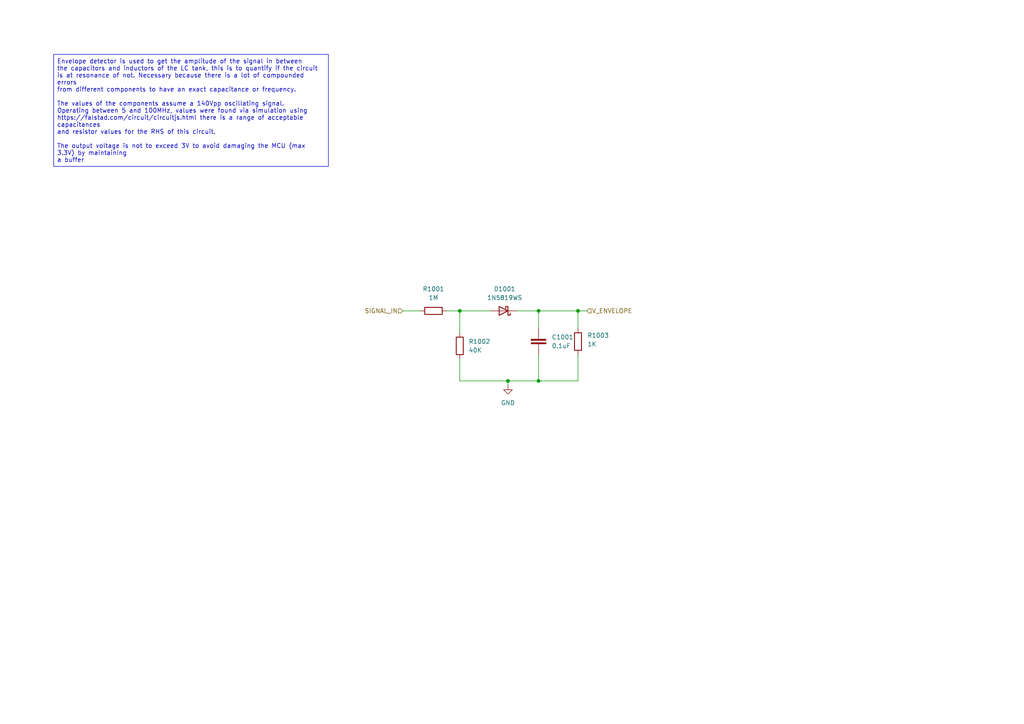
<source format=kicad_sch>
(kicad_sch (version 20250114) (generator "eeschema") (generator_version "9.0")
  (paper "A4")
  (title_block (rev "0") (company "Integrated BioElectronics Laboratory @ NYU Abu Dhabi") (comment 1 "Schematic developed by Hamza Anver"))
  (lib_symbols
    (symbol "Device:R" (pin_numbers (hide yes)) (pin_names (offset 0))
      (property "Reference" "R" (at 2.032 0 90))
      (property "Value" "R" (at 0 0 90))
      (symbol "R_0_1"
        (rectangle (start -1.016 -2.54) (end 1.016 2.54) (stroke (width 0.254)))
      )
      (symbol "R_1_1"
        (pin passive line (at 0 3.81 270) (length 1.27) (name "~") (number "1"))
        (pin passive line (at 0 -3.81 90) (length 1.27) (name "~") (number "2"))
      )
    )
    (symbol "Diode:1N5819WS" (pin_numbers (hide yes)) (pin_names (offset 1.016) (hide yes))
      (property "Reference" "D" (at 0 2.54 0))
      (property "Value" "1N5819WS" (at 0 -2.54 0))
      (symbol "1N5819WS_0_1"
        (polyline (pts (xy -1.905 0.635) (xy -1.905 1.27) (xy -1.27 1.27) (xy -1.27 -1.27) (xy -0.635 -1.27) (xy -0.635 -0.635)) (stroke (width 0.254)))
        (polyline (pts (xy 1.27 1.27) (xy 1.27 -1.27) (xy -1.27 0) (xy 1.27 1.27)) (stroke (width 0.254)))
        (polyline (pts (xy 1.27 0) (xy -1.27 0)))
      )
      (symbol "1N5819WS_1_1"
        (pin passive line (at -3.81 0 0) (length 2.54) (name "K") (number "1"))
        (pin passive line (at 3.81 0 180) (length 2.54) (name "A") (number "2"))
      )
    )
    (symbol "GRM155R71A104KA01J_1" (pin_numbers (hide yes)) (pin_names (hide yes))
      (property "Reference" "C202" (at 1.2701 -3.81 90))
      (property "Value" "0.1uF" (at -1.2699 -3.81 90))
      (symbol "GRM155R71A104KA01J_1_0_1"
        (polyline (pts (xy -0.51 0) (xy -2.54 0)))
        (polyline (pts (xy -0.51 -2.03) (xy -0.51 2.03)) (stroke (width 0.508)))
        (polyline (pts (xy 0.51 2.03) (xy 0.51 -2.03)) (stroke (width 0.508)))
        (polyline (pts (xy 2.54 0) (xy 0.51 0)))
        (pin unspecified line (at -3.81 0 0) (length 1.27) (name "1") (number "1"))
        (pin unspecified line (at 3.81 0 180) (length 1.27) (name "2") (number "2"))
      )
    )
    (symbol "power:GND" (power) (pin_numbers (hide yes)) (pin_names (offset 0) (hide yes))
      (property "Value" "GND" (at 0 -3.81 0))
      (symbol "GND_0_1"
        (polyline (pts (xy 0 0) (xy 0 -1.27) (xy 1.27 -1.27) (xy 0 -2.54) (xy -1.27 -1.27) (xy 0 -1.27)))
      )
      (symbol "GND_1_1"
        (pin power_in line (at 0 0 270) (length 0) (name "~") (number "1"))
      )
    )
  )
  (text_box "Envelope detector is used to get the amplitude of the signal in between\nthe capacitors and inductors of the LC tank, this is to quantify if the circuit\nis at resonance of not. Necessary because there is a lot of compounded errors\nfrom different components to have an exact capacitance or frequency. \n\nThe values of the components assume a 140Vpp oscillating signal.\nOperating between 5 and 100MHz, values were found via simulation using\nhttps://falstad.com/circuit/circuitjs.html there is a range of acceptable capacitances\nand resistor values for the RHS of this circuit.\n\nThe output voltage is not to exceed 3V to avoid damaging the MCU (max 3.3V) by maintaining\na buffer\n" (at 15.5575 15.7806 0) (size 79.6925 32.4794) (margins 0.9525 0.9525 0.9525 0.9525) (effects (font (size 1.27 1.27)) (justify left)))
  (junction (at 147.32 110.49))
  (junction (at 133.35 90.17))
  (junction (at 156.21 110.49))
  (junction (at 156.21 90.17))
  (junction (at 167.64 90.17))
  (wire (pts (xy 156.21 90.17) (xy 167.64 90.17)))
  (wire (pts (xy 167.64 90.17) (xy 167.64 95.25)))
  (wire (pts (xy 129.54 90.17) (xy 133.35 90.17)))
  (wire (pts (xy 147.32 110.49) (xy 133.35 110.49)))
  (wire (pts (xy 133.35 110.49) (xy 133.35 104.14)))
  (wire (pts (xy 147.32 111.76) (xy 147.32 110.49)))
  (wire (pts (xy 156.21 102.87) (xy 156.21 110.49)))
  (wire (pts (xy 133.35 96.52) (xy 133.35 90.17)))
  (wire (pts (xy 156.21 95.25) (xy 156.21 90.17)))
  (wire (pts (xy 156.21 110.49) (xy 167.64 110.49)))
  (wire (pts (xy 156.21 90.17) (xy 149.86 90.17)))
  (wire (pts (xy 142.24 90.17) (xy 133.35 90.17)))
  (wire (pts (xy 147.32 110.49) (xy 156.21 110.49)))
  (wire (pts (xy 167.64 90.17) (xy 170.18 90.17)))
  (wire (pts (xy 116.84 90.17) (xy 121.92 90.17)))
  (wire (pts (xy 167.64 110.49) (xy 167.64 102.87)))
  (hierarchical_label "SIGNAL_IN" (shape input) (at 116.84 90.17 180))
  (hierarchical_label "V_ENVELOPE" (shape input) (at 170.18 90.17 0))
  (symbol (lib_id "power:GND") (at 147.32 111.76 0) (unit 1)
    (property "Reference" "#PWR01001" (effects (hide yes)))
    (property "Value" "GND" (at 147.32 116.84 0))
    (property "Description" "Power symbol creates a global label with name \"GND\" , ground" (effects (hide yes)))
  )
  (symbol (lib_id "Device:R") (at 133.35 100.33 180) (unit 1)
    (property "Reference" "R1002" (at 135.89 99.0599 0) (effects (justify right)))
    (property "Value" "40K" (at 135.89 101.5999 0) (effects (justify right)))
    (property "Footprint" "Resistor_SMD:R_0603_1608Metric_Pad0.98x0.95mm_HandSolder" (effects (hide yes)))
    (property "Datasheet" "https://www.lcsc.com/product-detail/Chip-Resistor-Surface-Mount_YAGEO-RT0603BRD0740KL_C861392.html?s_z=n_40k" (effects (hide yes)))
    (property "Description" "Resistor" (effects (hide yes)))
    (property "LCSC" "C861392" (effects (hide yes)))
    (property "MPN" "RT0603BRD0740KL" (effects (hide yes)))
  )
  (symbol (lib_name "GRM155R71A104KA01J_1") (lib_id "easyeda2kicad:GRM155R71A104KA01J") (at 156.21 99.06 90) (unit 1)
    (property "Reference" "C1001" (at 160.02 97.7899 90) (effects (justify right)))
    (property "Value" "0.1uF" (at 160.02 100.3299 90) (effects (justify right)))
    (property "Footprint" "easyeda2kicad:C0402" (effects (hide yes)))
    (property "Datasheet" "https://www.lcsc.com/product-detail/Multilayer-Ceramic-Capacitors-MLCC-SMD-SMT_Murata-Electronics-GRM155R71A104KA01J_C6955083.html?s_z=n_0.1uF" (effects (hide yes)))
    (property "LCSC Part" "C6955083" (effects (hide yes)))
    (property "MPN" "GRM155R71A104KA01J" (effects (hide yes)))
  )
  (symbol (lib_id "Diode:1N5819WS") (at 146.05 90.17 180) (unit 1)
    (property "Reference" "D1001" (at 146.3675 83.82 0))
    (property "Value" "1N5819WS" (at 146.3675 86.36 0))
    (property "Footprint" "Diode_SMD:D_SOD-323" (effects (hide yes)))
    (property "Datasheet" "https://datasheet.lcsc.com/lcsc/2204281430_Guangdong-Hottech-1N5819WS_C191023.pdf" (effects (hide yes)))
    (property "Description" "40V 600mV@1A 1A SOD-323 Schottky Barrier Diodes, SOD-323" (effects (hide yes)))
  )
  (symbol (lib_id "Device:R") (at 167.64 99.06 0) (unit 1)
    (property "Reference" "R1003" (at 173.482 97.282 0))
    (property "Value" "1K" (at 171.704 99.822 0))
    (property "Footprint" "Resistor_SMD:R_0603_1608Metric_Pad0.98x0.95mm_HandSolder" (effects (hide yes)))
    (property "Description" "Resistor" (effects (hide yes)))
    (property "LCSC" "C22548" (effects (hide yes)))
    (property "MPN" "RC0603FR-071KL" (effects (hide yes)))
  )
  (symbol (lib_id "Device:R") (at 125.73 90.17 270) (unit 1)
    (property "Reference" "R1001" (at 125.73 83.82 90))
    (property "Value" "1M" (at 125.73 86.36 90))
    (property "Footprint" "Resistor_SMD:R_0603_1608Metric_Pad0.98x0.95mm_HandSolder" (effects (hide yes)))
    (property "Datasheet" "https://www.lcsc.com/product-detail/Chip-Resistor-Surface-Mount_YAGEO-RC0603FR-071ML_C105578.html" (effects (hide yes)))
    (property "Description" "Resistor" (effects (hide yes)))
    (property "LCSC" "C105578" (effects (hide yes)))
    (property "MPN" "RC0603FR-071ML" (effects (hide yes)))
  )
)
</source>
